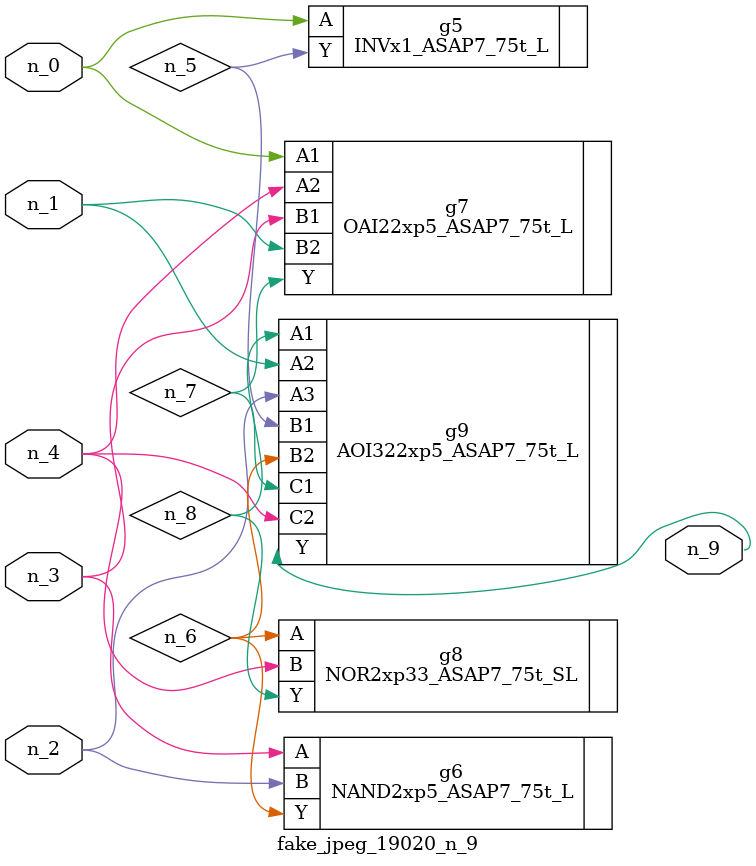
<source format=v>
module fake_jpeg_19020_n_9 (n_3, n_2, n_1, n_0, n_4, n_9);

input n_3;
input n_2;
input n_1;
input n_0;
input n_4;

output n_9;

wire n_8;
wire n_6;
wire n_5;
wire n_7;

INVx1_ASAP7_75t_L g5 ( 
.A(n_0),
.Y(n_5)
);

NAND2xp5_ASAP7_75t_L g6 ( 
.A(n_3),
.B(n_2),
.Y(n_6)
);

OAI22xp5_ASAP7_75t_L g7 ( 
.A1(n_0),
.A2(n_4),
.B1(n_3),
.B2(n_1),
.Y(n_7)
);

NOR2xp33_ASAP7_75t_SL g8 ( 
.A(n_6),
.B(n_4),
.Y(n_8)
);

AOI322xp5_ASAP7_75t_L g9 ( 
.A1(n_8),
.A2(n_1),
.A3(n_2),
.B1(n_5),
.B2(n_6),
.C1(n_7),
.C2(n_4),
.Y(n_9)
);


endmodule
</source>
